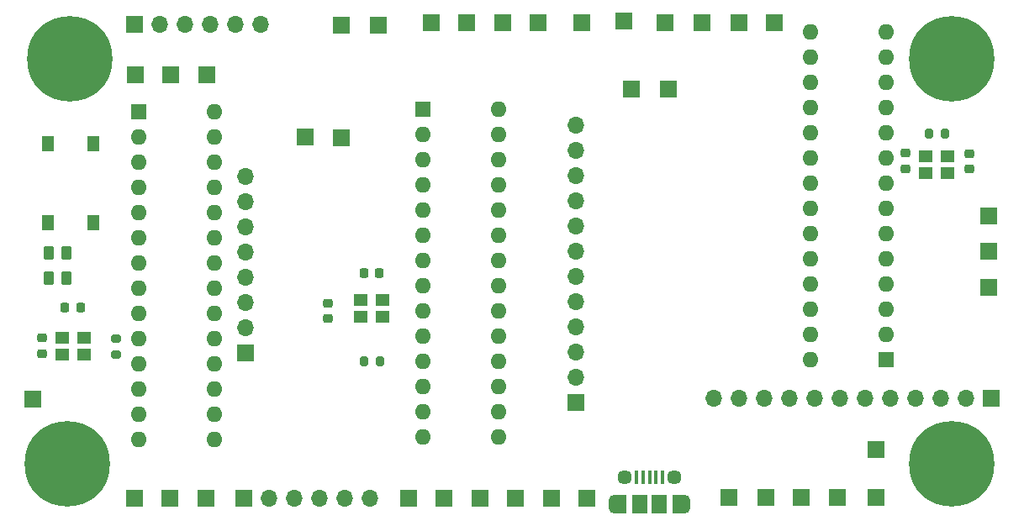
<source format=gbr>
%TF.GenerationSoftware,KiCad,Pcbnew,(6.0.2)*%
%TF.CreationDate,2022-03-17T16:11:47+00:00*%
%TF.ProjectId,PROJ324-Ard1,50524f4a-3332-4342-9d41-7264312e6b69,rev?*%
%TF.SameCoordinates,Original*%
%TF.FileFunction,Soldermask,Top*%
%TF.FilePolarity,Negative*%
%FSLAX46Y46*%
G04 Gerber Fmt 4.6, Leading zero omitted, Abs format (unit mm)*
G04 Created by KiCad (PCBNEW (6.0.2)) date 2022-03-17 16:11:47*
%MOMM*%
%LPD*%
G01*
G04 APERTURE LIST*
G04 Aperture macros list*
%AMRoundRect*
0 Rectangle with rounded corners*
0 $1 Rounding radius*
0 $2 $3 $4 $5 $6 $7 $8 $9 X,Y pos of 4 corners*
0 Add a 4 corners polygon primitive as box body*
4,1,4,$2,$3,$4,$5,$6,$7,$8,$9,$2,$3,0*
0 Add four circle primitives for the rounded corners*
1,1,$1+$1,$2,$3*
1,1,$1+$1,$4,$5*
1,1,$1+$1,$6,$7*
1,1,$1+$1,$8,$9*
0 Add four rect primitives between the rounded corners*
20,1,$1+$1,$2,$3,$4,$5,0*
20,1,$1+$1,$4,$5,$6,$7,0*
20,1,$1+$1,$6,$7,$8,$9,0*
20,1,$1+$1,$8,$9,$2,$3,0*%
G04 Aperture macros list end*
%ADD10R,1.700000X1.700000*%
%ADD11RoundRect,0.250000X-0.262500X-0.450000X0.262500X-0.450000X0.262500X0.450000X-0.262500X0.450000X0*%
%ADD12R,0.400000X1.350000*%
%ADD13C,1.450000*%
%ADD14R,1.500000X1.900000*%
%ADD15O,1.200000X1.900000*%
%ADD16R,1.200000X1.900000*%
%ADD17R,1.400000X1.200000*%
%ADD18O,1.700000X1.700000*%
%ADD19RoundRect,0.225000X-0.250000X0.225000X-0.250000X-0.225000X0.250000X-0.225000X0.250000X0.225000X0*%
%ADD20R,1.300000X1.550000*%
%ADD21C,8.600000*%
%ADD22C,0.900000*%
%ADD23RoundRect,0.225000X0.250000X-0.225000X0.250000X0.225000X-0.250000X0.225000X-0.250000X-0.225000X0*%
%ADD24RoundRect,0.225000X0.225000X0.250000X-0.225000X0.250000X-0.225000X-0.250000X0.225000X-0.250000X0*%
%ADD25R,1.600000X1.600000*%
%ADD26O,1.600000X1.600000*%
%ADD27RoundRect,0.250000X0.262500X0.450000X-0.262500X0.450000X-0.262500X-0.450000X0.262500X-0.450000X0*%
%ADD28RoundRect,0.200000X0.200000X0.275000X-0.200000X0.275000X-0.200000X-0.275000X0.200000X-0.275000X0*%
%ADD29RoundRect,0.200000X-0.200000X-0.275000X0.200000X-0.275000X0.200000X0.275000X-0.200000X0.275000X0*%
%ADD30RoundRect,0.200000X0.275000X-0.200000X0.275000X0.200000X-0.275000X0.200000X-0.275000X-0.200000X0*%
G04 APERTURE END LIST*
D10*
%TO.C,J33*%
X184700000Y-35400000D03*
%TD*%
%TO.C,J44*%
X210170000Y-41860000D03*
%TD*%
%TO.C,J21*%
X221000000Y-35200000D03*
%TD*%
D11*
%TO.C,R10*%
X151475000Y-58400000D03*
X153300000Y-58400000D03*
%TD*%
D10*
%TO.C,J27*%
X190000000Y-35200000D03*
%TD*%
%TO.C,J12*%
X227300000Y-83000000D03*
%TD*%
%TO.C,J20*%
X205700000Y-83100000D03*
%TD*%
D12*
%TO.C,J1*%
X210710000Y-80967500D03*
X211360000Y-80967500D03*
X212010000Y-80967500D03*
X212660000Y-80967500D03*
X213310000Y-80967500D03*
D13*
X209510000Y-80967500D03*
D14*
X211010000Y-83667500D03*
D15*
X215510000Y-83667500D03*
D16*
X209110000Y-83667500D03*
D14*
X213010000Y-83667500D03*
D15*
X208510000Y-83667500D03*
D13*
X214510000Y-80967500D03*
D16*
X214910000Y-83667500D03*
%TD*%
D10*
%TO.C,J45*%
X234780000Y-83040000D03*
%TD*%
%TO.C,J38*%
X198500000Y-83100000D03*
%TD*%
D17*
%TO.C,Y2*%
X185100000Y-63100000D03*
X182900000Y-63100000D03*
X182900000Y-64800000D03*
X185100000Y-64800000D03*
%TD*%
D10*
%TO.C,J40*%
X213900000Y-41830000D03*
%TD*%
%TO.C,J18*%
X202100000Y-83100000D03*
%TD*%
%TO.C,J24*%
X209400000Y-35000000D03*
%TD*%
%TO.C,J32*%
X163800000Y-40400000D03*
%TD*%
%TO.C,J22*%
X191300000Y-83100000D03*
%TD*%
%TO.C,J9*%
X213600000Y-35200000D03*
%TD*%
%TO.C,J26*%
X200800000Y-35200000D03*
%TD*%
%TO.C,J30*%
X160200000Y-40400000D03*
%TD*%
%TO.C,J4*%
X204600000Y-73400000D03*
D18*
X204600000Y-70860000D03*
X204600000Y-68320000D03*
X204600000Y-65780000D03*
X204600000Y-63240000D03*
X204600000Y-60700000D03*
X204600000Y-58160000D03*
X204600000Y-55620000D03*
X204600000Y-53080000D03*
X204600000Y-50540000D03*
X204600000Y-48000000D03*
X204600000Y-45460000D03*
%TD*%
D19*
%TO.C,C6*%
X244200000Y-48375000D03*
X244200000Y-49925000D03*
%TD*%
D10*
%TO.C,J16*%
X246200000Y-54600000D03*
%TD*%
D20*
%TO.C,SW1*%
X155950000Y-47325000D03*
X155950000Y-55275000D03*
X151450000Y-55275000D03*
X151450000Y-47325000D03*
%TD*%
D10*
%TO.C,J42*%
X180940000Y-46760000D03*
%TD*%
%TO.C,J41*%
X234820000Y-78160000D03*
%TD*%
D21*
%TO.C,H3*%
X242400000Y-79600000D03*
D22*
X242400000Y-76375000D03*
X240119581Y-81880419D03*
X239175000Y-79600000D03*
X244680419Y-77319581D03*
X245625000Y-79600000D03*
X240119581Y-77319581D03*
X244680419Y-81880419D03*
X242400000Y-82825000D03*
%TD*%
%TO.C,H2*%
X151119581Y-81880419D03*
D21*
X153400000Y-79600000D03*
D22*
X155680419Y-77319581D03*
X156625000Y-79600000D03*
X153400000Y-76375000D03*
X151119581Y-77319581D03*
X155680419Y-81880419D03*
X150175000Y-79600000D03*
X153400000Y-82825000D03*
%TD*%
D17*
%TO.C,Y1*%
X239800000Y-50300000D03*
X242000000Y-50300000D03*
X242000000Y-48600000D03*
X239800000Y-48600000D03*
%TD*%
D23*
%TO.C,C5*%
X237800000Y-49875000D03*
X237800000Y-48325000D03*
%TD*%
D24*
%TO.C,C9*%
X154700000Y-63900000D03*
X153150000Y-63900000D03*
%TD*%
D10*
%TO.C,J17*%
X187700000Y-83100000D03*
%TD*%
%TO.C,J6*%
X160180000Y-35300000D03*
D18*
X162720000Y-35300000D03*
X165260000Y-35300000D03*
X167800000Y-35300000D03*
X170340000Y-35300000D03*
X172880000Y-35300000D03*
%TD*%
D10*
%TO.C,J14*%
X163700000Y-83100000D03*
%TD*%
D25*
%TO.C,U5*%
X160600000Y-44100000D03*
D26*
X160600000Y-46640000D03*
X160600000Y-49180000D03*
X160600000Y-51720000D03*
X160600000Y-54260000D03*
X160600000Y-56800000D03*
X160600000Y-59340000D03*
X160600000Y-61880000D03*
X160600000Y-64420000D03*
X160600000Y-66960000D03*
X160600000Y-69500000D03*
X160600000Y-72040000D03*
X160600000Y-74580000D03*
X160600000Y-77120000D03*
X168220000Y-77120000D03*
X168220000Y-74580000D03*
X168220000Y-72040000D03*
X168220000Y-69500000D03*
X168220000Y-66960000D03*
X168220000Y-64420000D03*
X168220000Y-61880000D03*
X168220000Y-59340000D03*
X168220000Y-56800000D03*
X168220000Y-54260000D03*
X168220000Y-51720000D03*
X168220000Y-49180000D03*
X168220000Y-46640000D03*
X168220000Y-44100000D03*
%TD*%
D27*
%TO.C,R11*%
X153300000Y-60900000D03*
X151475000Y-60900000D03*
%TD*%
D22*
%TO.C,H4*%
X244680419Y-36519581D03*
X245625000Y-38800000D03*
D21*
X242400000Y-38800000D03*
D22*
X242400000Y-35575000D03*
X244680419Y-41080419D03*
X242400000Y-42025000D03*
X239175000Y-38800000D03*
X240119581Y-36519581D03*
X240119581Y-41080419D03*
%TD*%
D23*
%TO.C,C8*%
X179600000Y-65000000D03*
X179600000Y-63450000D03*
%TD*%
D10*
%TO.C,J35*%
X167400000Y-40400000D03*
%TD*%
D28*
%TO.C,R7*%
X241800000Y-46300000D03*
X240150000Y-46300000D03*
%TD*%
D10*
%TO.C,J37*%
X167300000Y-83100000D03*
%TD*%
D24*
%TO.C,C7*%
X184800000Y-60400000D03*
X183250000Y-60400000D03*
%TD*%
D10*
%TO.C,J23*%
X181000000Y-35400000D03*
%TD*%
%TO.C,J7*%
X171300000Y-68475000D03*
D18*
X171300000Y-65935000D03*
X171300000Y-63395000D03*
X171300000Y-60855000D03*
X171300000Y-58315000D03*
X171300000Y-55775000D03*
X171300000Y-53235000D03*
X171300000Y-50695000D03*
%TD*%
D10*
%TO.C,J10*%
X220000000Y-83000000D03*
%TD*%
%TO.C,J29*%
X197200000Y-35200000D03*
%TD*%
%TO.C,J19*%
X224600000Y-35200000D03*
%TD*%
%TO.C,J13*%
X230900000Y-83000000D03*
%TD*%
%TO.C,J31*%
X246200000Y-61800000D03*
%TD*%
%TO.C,J8*%
X217300000Y-35200000D03*
%TD*%
D23*
%TO.C,C10*%
X150800000Y-68500000D03*
X150800000Y-66950000D03*
%TD*%
D25*
%TO.C,U4*%
X189200000Y-43900000D03*
D26*
X189200000Y-46440000D03*
X189200000Y-48980000D03*
X189200000Y-51520000D03*
X189200000Y-54060000D03*
X189200000Y-56600000D03*
X189200000Y-59140000D03*
X189200000Y-61680000D03*
X189200000Y-64220000D03*
X189200000Y-66760000D03*
X189200000Y-69300000D03*
X189200000Y-71840000D03*
X189200000Y-74380000D03*
X189200000Y-76920000D03*
X196820000Y-76920000D03*
X196820000Y-74380000D03*
X196820000Y-71840000D03*
X196820000Y-69300000D03*
X196820000Y-66760000D03*
X196820000Y-64220000D03*
X196820000Y-61680000D03*
X196820000Y-59140000D03*
X196820000Y-56600000D03*
X196820000Y-54060000D03*
X196820000Y-51520000D03*
X196820000Y-48980000D03*
X196820000Y-46440000D03*
X196820000Y-43900000D03*
%TD*%
D10*
%TO.C,J28*%
X193600000Y-35200000D03*
%TD*%
%TO.C,J36*%
X149900000Y-73100000D03*
%TD*%
D22*
%TO.C,H1*%
X151319581Y-36519581D03*
D21*
X153600000Y-38800000D03*
D22*
X151319581Y-41080419D03*
X155880419Y-41080419D03*
X150375000Y-38800000D03*
X155880419Y-36519581D03*
X153600000Y-35575000D03*
X153600000Y-42025000D03*
X156825000Y-38800000D03*
%TD*%
D10*
%TO.C,J39*%
X160100000Y-83100000D03*
%TD*%
%TO.C,J15*%
X194900000Y-83100000D03*
%TD*%
D29*
%TO.C,R8*%
X183250000Y-69300000D03*
X184900000Y-69300000D03*
%TD*%
D10*
%TO.C,J43*%
X177290000Y-46720000D03*
%TD*%
D25*
%TO.C,U3*%
X235800000Y-69100000D03*
D26*
X235800000Y-66560000D03*
X235800000Y-64020000D03*
X235800000Y-61480000D03*
X235800000Y-58940000D03*
X235800000Y-56400000D03*
X235800000Y-53860000D03*
X235800000Y-51320000D03*
X235800000Y-48780000D03*
X235800000Y-46240000D03*
X235800000Y-43700000D03*
X235800000Y-41160000D03*
X235800000Y-38620000D03*
X235800000Y-36080000D03*
X228180000Y-36080000D03*
X228180000Y-38620000D03*
X228180000Y-41160000D03*
X228180000Y-43700000D03*
X228180000Y-46240000D03*
X228180000Y-48780000D03*
X228180000Y-51320000D03*
X228180000Y-53860000D03*
X228180000Y-56400000D03*
X228180000Y-58940000D03*
X228180000Y-61480000D03*
X228180000Y-64020000D03*
X228180000Y-66560000D03*
X228180000Y-69100000D03*
%TD*%
D10*
%TO.C,J25*%
X205200000Y-35200000D03*
%TD*%
D17*
%TO.C,Y3*%
X155100000Y-66900000D03*
X152900000Y-66900000D03*
X152900000Y-68600000D03*
X155100000Y-68600000D03*
%TD*%
D10*
%TO.C,J34*%
X246200000Y-58200000D03*
%TD*%
%TO.C,J3*%
X246450000Y-73000000D03*
D18*
X243910000Y-73000000D03*
X241370000Y-73000000D03*
X238830000Y-73000000D03*
X236290000Y-73000000D03*
X233750000Y-73000000D03*
X231210000Y-73000000D03*
X228670000Y-73000000D03*
X226130000Y-73000000D03*
X223590000Y-73000000D03*
X221050000Y-73000000D03*
X218510000Y-73000000D03*
%TD*%
D30*
%TO.C,R9*%
X158300000Y-68650000D03*
X158300000Y-67000000D03*
%TD*%
D10*
%TO.C,J11*%
X223700000Y-83000000D03*
%TD*%
%TO.C,J5*%
X171150000Y-83100000D03*
D18*
X173690000Y-83100000D03*
X176230000Y-83100000D03*
X178770000Y-83100000D03*
X181310000Y-83100000D03*
X183850000Y-83100000D03*
%TD*%
M02*

</source>
